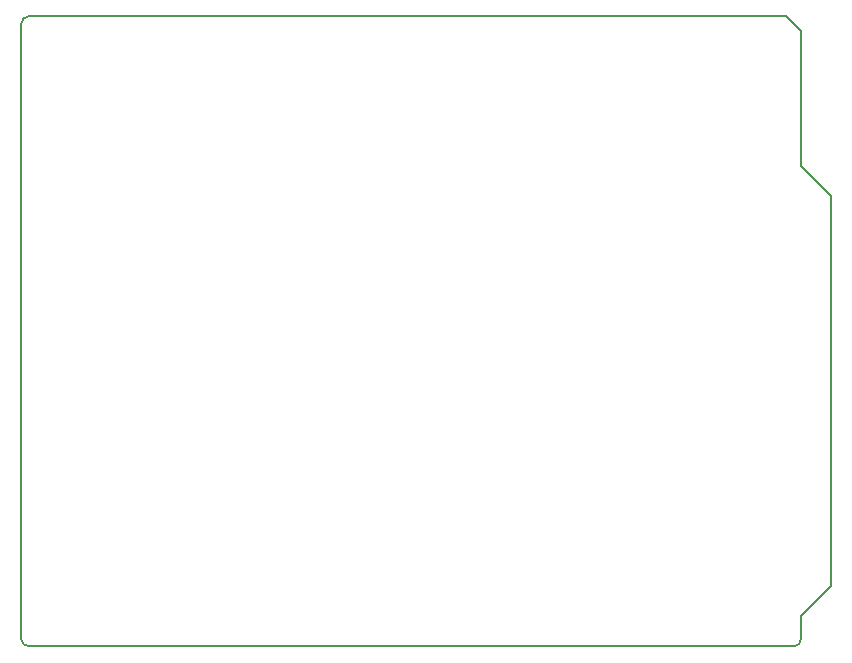
<source format=gbr>
G04 #@! TF.GenerationSoftware,KiCad,Pcbnew,5.1.5+dfsg1-2build2*
G04 #@! TF.CreationDate,2020-11-19T08:55:39-07:00*
G04 #@! TF.ProjectId,sduino_uno,73647569-6e6f-45f7-956e-6f2e6b696361,2017-11-15*
G04 #@! TF.SameCoordinates,Original*
G04 #@! TF.FileFunction,Profile,NP*
%FSLAX46Y46*%
G04 Gerber Fmt 4.6, Leading zero omitted, Abs format (unit mm)*
G04 Created by KiCad (PCBNEW 5.1.5+dfsg1-2build2) date 2020-11-19 08:55:39*
%MOMM*%
%LPD*%
G04 APERTURE LIST*
%ADD10C,0.150000*%
G04 APERTURE END LIST*
D10*
X179705000Y-129540000D02*
G75*
G03X180340000Y-128905000I0J635000D01*
G01*
X114300000Y-128905000D02*
G75*
G03X114935000Y-129540000I635000J0D01*
G01*
X114935000Y-76200000D02*
G75*
G03X114300000Y-76835000I0J-635000D01*
G01*
X179070000Y-76200000D02*
X114935000Y-76200000D01*
X180340000Y-77470000D02*
X179070000Y-76200000D01*
X180340000Y-88900000D02*
X180340000Y-77470000D01*
X182880000Y-91440000D02*
X180340000Y-88900000D01*
X182880000Y-124460000D02*
X182880000Y-91440000D01*
X180340000Y-127000000D02*
X182880000Y-124460000D01*
X180340000Y-128905000D02*
X180340000Y-127000000D01*
X114935000Y-129540000D02*
X179705000Y-129540000D01*
X114300000Y-76835000D02*
X114300000Y-128905000D01*
M02*

</source>
